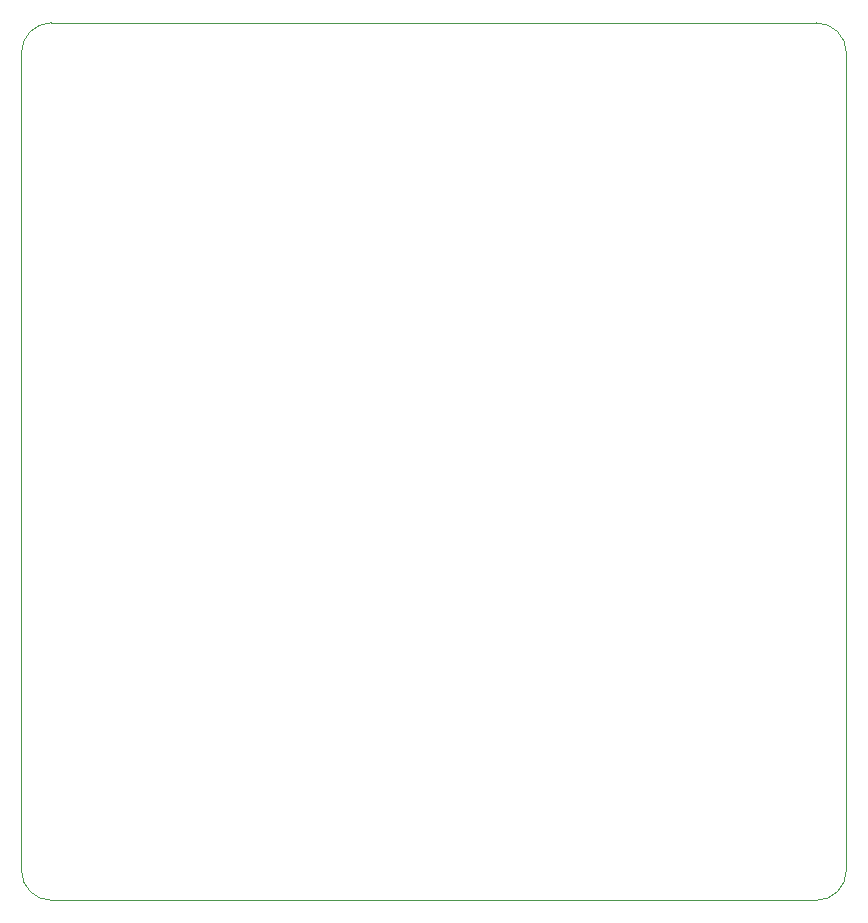
<source format=gm1>
G04 #@! TF.GenerationSoftware,KiCad,Pcbnew,5.1.5+dfsg1-2build2*
G04 #@! TF.CreationDate,2022-11-24T13:25:21+00:00*
G04 #@! TF.ProjectId,6502_SBC,36353032-5f53-4424-932e-6b696361645f,rev?*
G04 #@! TF.SameCoordinates,Original*
G04 #@! TF.FileFunction,Profile,NP*
%FSLAX46Y46*%
G04 Gerber Fmt 4.6, Leading zero omitted, Abs format (unit mm)*
G04 Created by KiCad (PCBNEW 5.1.5+dfsg1-2build2) date 2022-11-24 13:25:21*
%MOMM*%
%LPD*%
G04 APERTURE LIST*
%ADD10C,0.120000*%
%ADD11C,0.100000*%
G04 APERTURE END LIST*
D10*
X189941200Y-75565000D02*
G75*
G02X192481200Y-78105000I0J-2540000D01*
G01*
X192481200Y-147320000D02*
G75*
G02X189941200Y-149860000I-2540000J0D01*
G01*
X125171200Y-149860000D02*
G75*
G02X122631200Y-147320000I0J2540000D01*
G01*
X122631200Y-78105000D02*
G75*
G02X125171200Y-75565000I2540000J0D01*
G01*
D11*
X192481200Y-78105000D02*
X192481200Y-147320000D01*
X125171200Y-75565000D02*
X189941200Y-75565000D01*
X122631200Y-147320000D02*
X122631200Y-78105000D01*
X189941200Y-149860000D02*
X125171200Y-149860000D01*
M02*

</source>
